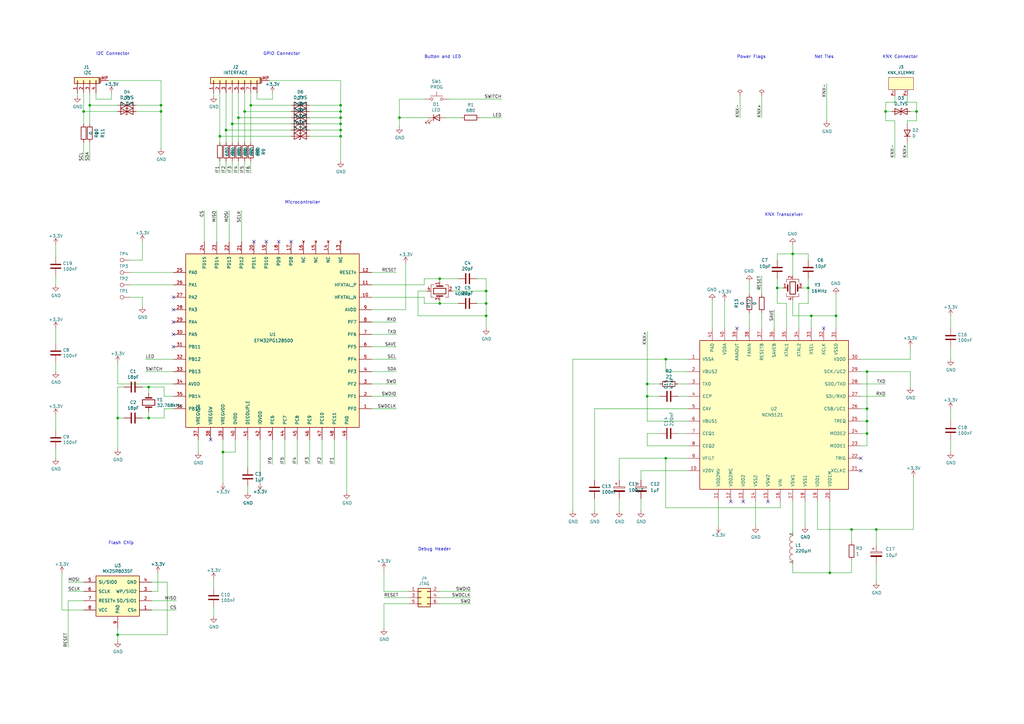
<source format=kicad_sch>
(kicad_sch (version 20211123) (generator eeschema)
  (paper "A3")
  (junction (at 60.96 171.45))
  (junction (at 139.7 53.34))
  (junction (at 139.7 45.72))
  (junction (at 355.6 177.8))
  (junction (at 139.7 43.18))
  (junction (at 359.41 217.17))
  (junction (at 48.26 171.45))
  (junction (at 355.6 152.4))
  (junction (at 355.6 167.64))
  (junction (at 273.05 147.32))
  (junction (at 355.6 172.72))
  (junction (at 318.77 118.11))
  (junction (at 273.05 187.96))
  (junction (at 91.44 185.42))
  (junction (at 92.71 53.34))
  (junction (at 100.33 45.72))
  (junction (at 199.39 124.46))
  (junction (at 349.25 217.17))
  (junction (at 139.7 50.8))
  (junction (at 163.83 48.26))
  (junction (at 342.9 129.54))
  (junction (at 265.43 157.48))
  (junction (at 265.43 162.56))
  (junction (at 97.79 48.26))
  (junction (at 375.92 45.72))
  (junction (at 180.34 124.46))
  (junction (at 199.39 129.54))
  (junction (at 102.87 43.18))
  (junction (at 180.34 114.3))
  (junction (at 139.7 55.88))
  (junction (at 90.17 55.88))
  (junction (at 325.12 104.14))
  (junction (at 66.04 43.18))
  (junction (at 199.39 119.38))
  (junction (at 332.74 129.54))
  (junction (at 331.47 118.11))
  (junction (at 363.22 45.72))
  (junction (at 340.36 234.95))
  (junction (at 66.04 45.72))
  (junction (at 139.7 48.26))
  (junction (at 95.25 50.8))
  (junction (at 48.26 260.35))
  (junction (at 60.96 158.75))
  (junction (at 34.29 45.72))
  (junction (at 36.83 43.18))
  (no_connect (at 109.22 99.06))
  (no_connect (at 119.38 99.06))
  (no_connect (at 71.12 132.08))
  (no_connect (at 299.72 205.74))
  (no_connect (at 71.12 127))
  (no_connect (at 71.12 142.24))
  (no_connect (at 353.06 193.04))
  (no_connect (at 304.8 205.74))
  (no_connect (at 104.14 99.06))
  (no_connect (at 71.12 121.92))
  (no_connect (at 302.26 134.62))
  (no_connect (at 314.96 205.74))
  (no_connect (at 114.3 99.06))
  (no_connect (at 71.12 137.16))
  (no_connect (at 337.82 134.62))
  (no_connect (at 86.36 180.34))
  (no_connect (at 353.06 187.96))
  (wire (pts (xy 139.7 45.72) (xy 139.7 48.26)))
  (wire (pts (xy 67.31 167.64) (xy 67.31 171.45)))
  (wire (pts (xy 342.9 129.54) (xy 342.9 120.65)))
  (wire (pts (xy 349.25 229.87) (xy 349.25 234.95)))
  (wire (pts (xy 127 53.34) (xy 139.7 53.34)))
  (wire (pts (xy 303.53 39.37) (xy 303.53 48.26)))
  (wire (pts (xy 359.41 231.14) (xy 359.41 238.76)))
  (wire (pts (xy 48.26 157.48) (xy 48.26 148.59)))
  (wire (pts (xy 320.04 205.74) (xy 320.04 208.28)))
  (wire (pts (xy 60.96 158.75) (xy 67.31 158.75)))
  (wire (pts (xy 307.34 115.57) (xy 307.34 120.65)))
  (wire (pts (xy 292.1 134.62) (xy 292.1 123.19)))
  (wire (pts (xy 101.6 201.93) (xy 101.6 199.39)))
  (wire (pts (xy 340.36 234.95) (xy 325.12 234.95)))
  (wire (pts (xy 91.44 185.42) (xy 91.44 180.34)))
  (wire (pts (xy 92.71 66.04) (xy 92.71 71.12)))
  (wire (pts (xy 355.6 152.4) (xy 373.38 152.4)))
  (wire (pts (xy 34.29 246.38) (xy 27.94 246.38)))
  (wire (pts (xy 389.89 142.24) (xy 389.89 147.32)))
  (wire (pts (xy 39.37 40.64) (xy 45.72 40.64)))
  (wire (pts (xy 92.71 58.42) (xy 92.71 53.34)))
  (wire (pts (xy 68.58 260.35) (xy 48.26 260.35)))
  (wire (pts (xy 349.25 234.95) (xy 340.36 234.95)))
  (wire (pts (xy 152.4 147.32) (xy 162.56 147.32)))
  (wire (pts (xy 152.4 137.16) (xy 162.56 137.16)))
  (wire (pts (xy 167.64 245.11) (xy 157.48 245.11)))
  (wire (pts (xy 265.43 135.89) (xy 265.43 157.48)))
  (wire (pts (xy 353.06 172.72) (xy 355.6 172.72)))
  (wire (pts (xy 339.09 34.29) (xy 339.09 49.53)))
  (wire (pts (xy 325.12 234.95) (xy 325.12 231.14)))
  (wire (pts (xy 157.48 233.68) (xy 157.48 242.57)))
  (wire (pts (xy 71.12 147.32) (xy 59.69 147.32)))
  (wire (pts (xy 97.79 66.04) (xy 97.79 71.12)))
  (wire (pts (xy 297.18 134.62) (xy 297.18 123.19)))
  (wire (pts (xy 375.92 45.72) (xy 373.38 45.72)))
  (wire (pts (xy 332.74 129.54) (xy 342.9 129.54)))
  (wire (pts (xy 199.39 119.38) (xy 199.39 114.3)))
  (wire (pts (xy 330.2 205.74) (xy 330.2 215.9)))
  (wire (pts (xy 349.25 217.17) (xy 349.25 222.25)))
  (wire (pts (xy 152.4 121.92) (xy 173.99 121.92)))
  (wire (pts (xy 64.77 242.57) (xy 62.23 242.57)))
  (wire (pts (xy 142.24 201.93) (xy 142.24 180.34)))
  (wire (pts (xy 55.88 43.18) (xy 66.04 43.18)))
  (wire (pts (xy 119.38 43.18) (xy 102.87 43.18)))
  (wire (pts (xy 25.4 250.19) (xy 34.29 250.19)))
  (wire (pts (xy 187.96 114.3) (xy 180.34 114.3)))
  (wire (pts (xy 355.6 177.8) (xy 353.06 177.8)))
  (wire (pts (xy 96.52 180.34) (xy 96.52 185.42)))
  (wire (pts (xy 90.17 38.1) (xy 90.17 55.88)))
  (wire (pts (xy 180.34 124.46) (xy 180.34 123.19)))
  (wire (pts (xy 189.23 48.26) (xy 182.88 48.26)))
  (wire (pts (xy 96.52 185.42) (xy 91.44 185.42)))
  (wire (pts (xy 97.79 58.42) (xy 97.79 48.26)))
  (wire (pts (xy 363.22 41.91) (xy 367.03 41.91)))
  (wire (pts (xy 367.03 49.53) (xy 367.03 64.77)))
  (wire (pts (xy 331.47 124.46) (xy 331.47 118.11)))
  (wire (pts (xy 53.34 111.76) (xy 71.12 111.76)))
  (wire (pts (xy 36.83 43.18) (xy 36.83 50.8)))
  (wire (pts (xy 22.86 152.4) (xy 22.86 148.59)))
  (wire (pts (xy 48.26 158.75) (xy 48.26 171.45)))
  (wire (pts (xy 127 55.88) (xy 139.7 55.88)))
  (wire (pts (xy 48.26 260.35) (xy 48.26 257.81)))
  (wire (pts (xy 317.5 134.62) (xy 317.5 127)))
  (wire (pts (xy 355.6 167.64) (xy 355.6 172.72)))
  (wire (pts (xy 372.11 39.37) (xy 372.11 41.91)))
  (wire (pts (xy 331.47 118.11) (xy 331.47 114.3)))
  (wire (pts (xy 312.42 39.37) (xy 312.42 48.26)))
  (wire (pts (xy 373.38 147.32) (xy 373.38 142.24)))
  (wire (pts (xy 278.13 177.8) (xy 281.94 177.8)))
  (wire (pts (xy 318.77 118.11) (xy 321.31 118.11)))
  (wire (pts (xy 48.26 171.45) (xy 48.26 184.15)))
  (wire (pts (xy 119.38 53.34) (xy 92.71 53.34)))
  (wire (pts (xy 318.77 124.46) (xy 318.77 118.11)))
  (wire (pts (xy 101.6 180.34) (xy 101.6 191.77)))
  (wire (pts (xy 196.85 48.26) (xy 205.74 48.26)))
  (wire (pts (xy 331.47 118.11) (xy 328.93 118.11)))
  (wire (pts (xy 331.47 104.14) (xy 325.12 104.14)))
  (wire (pts (xy 163.83 52.07) (xy 163.83 48.26)))
  (wire (pts (xy 327.66 124.46) (xy 331.47 124.46)))
  (wire (pts (xy 58.42 171.45) (xy 60.96 171.45)))
  (wire (pts (xy 163.83 48.26) (xy 163.83 40.64)))
  (wire (pts (xy 375.92 45.72) (xy 375.92 49.53)))
  (wire (pts (xy 243.84 167.64) (xy 243.84 196.85)))
  (wire (pts (xy 152.4 152.4) (xy 162.56 152.4)))
  (wire (pts (xy 171.45 119.38) (xy 171.45 129.54)))
  (wire (pts (xy 389.89 180.34) (xy 389.89 185.42)))
  (wire (pts (xy 152.4 157.48) (xy 162.56 157.48)))
  (wire (pts (xy 62.23 238.76) (xy 68.58 238.76)))
  (wire (pts (xy 27.94 246.38) (xy 27.94 265.43)))
  (wire (pts (xy 375.92 49.53) (xy 372.11 49.53)))
  (wire (pts (xy 353.06 157.48) (xy 363.22 157.48)))
  (wire (pts (xy 262.89 193.04) (xy 281.94 193.04)))
  (wire (pts (xy 262.89 204.47) (xy 262.89 209.55)))
  (wire (pts (xy 152.4 111.76) (xy 162.56 111.76)))
  (wire (pts (xy 48.26 45.72) (xy 34.29 45.72)))
  (wire (pts (xy 312.42 134.62) (xy 312.42 128.27)))
  (wire (pts (xy 265.43 182.88) (xy 281.94 182.88)))
  (wire (pts (xy 325.12 129.54) (xy 332.74 129.54)))
  (wire (pts (xy 116.84 180.34) (xy 116.84 190.5)))
  (wire (pts (xy 199.39 129.54) (xy 199.39 134.62)))
  (wire (pts (xy 36.83 38.1) (xy 36.83 43.18)))
  (wire (pts (xy 327.66 134.62) (xy 327.66 124.46)))
  (wire (pts (xy 119.38 48.26) (xy 97.79 48.26)))
  (wire (pts (xy 363.22 49.53) (xy 363.22 45.72)))
  (wire (pts (xy 22.86 176.53) (xy 22.86 170.18)))
  (wire (pts (xy 111.76 180.34) (xy 111.76 190.5)))
  (wire (pts (xy 55.88 45.72) (xy 66.04 45.72)))
  (wire (pts (xy 273.05 147.32) (xy 281.94 147.32)))
  (wire (pts (xy 53.34 106.68) (xy 58.42 106.68)))
  (wire (pts (xy 322.58 124.46) (xy 318.77 124.46)))
  (wire (pts (xy 325.12 113.03) (xy 325.12 104.14)))
  (wire (pts (xy 278.13 162.56) (xy 281.94 162.56)))
  (wire (pts (xy 353.06 152.4) (xy 355.6 152.4)))
  (wire (pts (xy 243.84 209.55) (xy 243.84 204.47)))
  (wire (pts (xy 157.48 247.65) (xy 157.48 257.81)))
  (wire (pts (xy 281.94 172.72) (xy 265.43 172.72)))
  (wire (pts (xy 22.86 105.41) (xy 22.86 100.33)))
  (wire (pts (xy 22.86 187.96) (xy 22.86 184.15)))
  (wire (pts (xy 71.12 157.48) (xy 48.26 157.48)))
  (wire (pts (xy 81.28 180.34) (xy 81.28 185.42)))
  (wire (pts (xy 234.95 147.32) (xy 273.05 147.32)))
  (wire (pts (xy 60.96 171.45) (xy 67.31 171.45)))
  (wire (pts (xy 325.12 104.14) (xy 318.77 104.14)))
  (wire (pts (xy 373.38 158.75) (xy 373.38 152.4)))
  (wire (pts (xy 265.43 162.56) (xy 270.51 162.56)))
  (wire (pts (xy 58.42 121.92) (xy 58.42 125.73)))
  (wire (pts (xy 374.65 195.58) (xy 374.65 217.17)))
  (wire (pts (xy 100.33 38.1) (xy 100.33 45.72)))
  (wire (pts (xy 389.89 167.64) (xy 389.89 172.72)))
  (wire (pts (xy 99.06 99.06) (xy 99.06 86.36)))
  (wire (pts (xy 121.92 180.34) (xy 121.92 190.5)))
  (wire (pts (xy 102.87 43.18) (xy 102.87 38.1)))
  (wire (pts (xy 234.95 209.55) (xy 234.95 147.32)))
  (wire (pts (xy 318.77 118.11) (xy 318.77 114.3)))
  (wire (pts (xy 175.26 119.38) (xy 171.45 119.38)))
  (wire (pts (xy 127 45.72) (xy 139.7 45.72)))
  (wire (pts (xy 152.4 116.84) (xy 173.99 116.84)))
  (wire (pts (xy 127 48.26) (xy 139.7 48.26)))
  (wire (pts (xy 332.74 134.62) (xy 332.74 129.54)))
  (wire (pts (xy 353.06 167.64) (xy 355.6 167.64)))
  (wire (pts (xy 372.11 41.91) (xy 375.92 41.91)))
  (wire (pts (xy 152.4 142.24) (xy 162.56 142.24)))
  (wire (pts (xy 66.04 33.02) (xy 66.04 43.18)))
  (wire (pts (xy 355.6 152.4) (xy 355.6 167.64)))
  (wire (pts (xy 353.06 162.56) (xy 363.22 162.56)))
  (wire (pts (xy 119.38 50.8) (xy 95.25 50.8)))
  (wire (pts (xy 335.28 217.17) (xy 349.25 217.17)))
  (wire (pts (xy 36.83 58.42) (xy 36.83 66.04)))
  (wire (pts (xy 60.96 168.91) (xy 60.96 171.45)))
  (wire (pts (xy 34.29 38.1) (xy 34.29 45.72)))
  (wire (pts (xy 58.42 99.06) (xy 58.42 106.68)))
  (wire (pts (xy 307.34 128.27) (xy 307.34 134.62)))
  (wire (pts (xy 45.72 40.64) (xy 45.72 38.1)))
  (wire (pts (xy 34.29 242.57) (xy 27.94 242.57)))
  (wire (pts (xy 119.38 55.88) (xy 90.17 55.88)))
  (wire (pts (xy 34.29 58.42) (xy 34.29 66.04)))
  (wire (pts (xy 100.33 66.04) (xy 100.33 71.12)))
  (wire (pts (xy 93.98 99.06) (xy 93.98 86.36)))
  (wire (pts (xy 139.7 43.18) (xy 139.7 45.72)))
  (wire (pts (xy 152.4 127) (xy 166.37 127)))
  (wire (pts (xy 67.31 167.64) (xy 71.12 167.64)))
  (wire (pts (xy 58.42 158.75) (xy 60.96 158.75)))
  (wire (pts (xy 180.34 114.3) (xy 180.34 115.57)))
  (wire (pts (xy 375.92 41.91) (xy 375.92 45.72)))
  (wire (pts (xy 273.05 208.28) (xy 273.05 187.96)))
  (wire (pts (xy 22.86 116.84) (xy 22.86 113.03)))
  (wire (pts (xy 199.39 124.46) (xy 199.39 129.54)))
  (wire (pts (xy 92.71 53.34) (xy 92.71 38.1)))
  (wire (pts (xy 318.77 104.14) (xy 318.77 106.68)))
  (wire (pts (xy 322.58 134.62) (xy 322.58 124.46)))
  (wire (pts (xy 95.25 66.04) (xy 95.25 71.12)))
  (wire (pts (xy 127 50.8) (xy 139.7 50.8)))
  (wire (pts (xy 127 43.18) (xy 139.7 43.18)))
  (wire (pts (xy 273.05 187.96) (xy 254 187.96)))
  (wire (pts (xy 83.82 99.06) (xy 83.82 86.36)))
  (wire (pts (xy 87.63 38.1) (xy 87.63 39.37)))
  (wire (pts (xy 87.63 241.3) (xy 87.63 237.49)))
  (wire (pts (xy 180.34 245.11) (xy 193.04 245.11)))
  (wire (pts (xy 342.9 134.62) (xy 342.9 129.54)))
  (wire (pts (xy 173.99 124.46) (xy 180.34 124.46)))
  (wire (pts (xy 31.75 38.1) (xy 31.75 39.37)))
  (wire (pts (xy 389.89 129.54) (xy 389.89 134.62)))
  (wire (pts (xy 106.68 180.34) (xy 106.68 198.12)))
  (wire (pts (xy 331.47 106.68) (xy 331.47 104.14)))
  (wire (pts (xy 68.58 238.76) (xy 68.58 260.35)))
  (wire (pts (xy 254 209.55) (xy 254 204.47)))
  (wire (pts (xy 139.7 50.8) (xy 139.7 53.34)))
  (wire (pts (xy 152.4 167.64) (xy 162.56 167.64)))
  (wire (pts (xy 320.04 208.28) (xy 273.05 208.28)))
  (wire (pts (xy 39.37 38.1) (xy 39.37 40.64)))
  (wire (pts (xy 372.11 49.53) (xy 372.11 50.8)))
  (wire (pts (xy 199.39 124.46) (xy 199.39 119.38)))
  (wire (pts (xy 110.49 33.02) (xy 139.7 33.02)))
  (wire (pts (xy 102.87 66.04) (xy 102.87 71.12)))
  (wire (pts (xy 71.12 152.4) (xy 59.69 152.4)))
  (wire (pts (xy 173.99 114.3) (xy 180.34 114.3)))
  (wire (pts (xy 367.03 49.53) (xy 363.22 49.53)))
  (wire (pts (xy 102.87 58.42) (xy 102.87 43.18)))
  (wire (pts (xy 359.41 217.17) (xy 359.41 223.52)))
  (wire (pts (xy 44.45 33.02) (xy 66.04 33.02)))
  (wire (pts (xy 25.4 234.95) (xy 25.4 250.19)))
  (wire (pts (xy 62.23 246.38) (xy 72.39 246.38)))
  (wire (pts (xy 254 187.96) (xy 254 196.85)))
  (wire (pts (xy 173.99 40.64) (xy 163.83 40.64)))
  (wire (pts (xy 119.38 45.72) (xy 100.33 45.72)))
  (wire (pts (xy 48.26 171.45) (xy 50.8 171.45)))
  (wire (pts (xy 278.13 157.48) (xy 281.94 157.48)))
  (wire (pts (xy 105.41 40.64) (xy 111.76 40.64)))
  (wire (pts (xy 265.43 177.8) (xy 265.43 182.88)))
  (wire (pts (xy 34.29 238.76) (xy 27.94 238.76)))
  (wire (pts (xy 95.25 38.1) (xy 95.25 50.8)))
  (wire (pts (xy 97.79 48.26) (xy 97.79 38.1)))
  (wire (pts (xy 91.44 185.42) (xy 91.44 198.12)))
  (wire (pts (xy 173.99 121.92) (xy 173.99 124.46)))
  (wire (pts (xy 335.28 205.74) (xy 335.28 217.17)))
  (wire (pts (xy 67.31 162.56) (xy 67.31 158.75)))
  (wire (pts (xy 66.04 43.18) (xy 66.04 45.72)))
  (wire (pts (xy 180.34 242.57) (xy 193.04 242.57)))
  (wire (pts (xy 137.16 180.34) (xy 137.16 190.5)))
  (wire (pts (xy 309.88 205.74) (xy 309.88 215.9)))
  (wire (pts (xy 180.34 124.46) (xy 187.96 124.46)))
  (wire (pts (xy 48.26 262.89) (xy 48.26 260.35)))
  (wire (pts (xy 353.06 147.32) (xy 373.38 147.32)))
  (wire (pts (xy 325.12 100.33) (xy 325.12 104.14)))
  (wire (pts (xy 372.11 58.42) (xy 372.11 64.77)))
  (wire (pts (xy 349.25 217.17) (xy 359.41 217.17)))
  (wire (pts (xy 184.15 40.64) (xy 205.74 40.64)))
  (wire (pts (xy 71.12 162.56) (xy 67.31 162.56)))
  (wire (pts (xy 270.51 157.48) (xy 265.43 157.48)))
  (wire (pts (xy 270.51 177.8) (xy 265.43 177.8)))
  (wire (pts (xy 157.48 242.57) (xy 167.64 242.57)))
  (wire (pts (xy 265.43 157.48) (xy 265.43 162.56)))
  (wire (pts (xy 363.22 45.72) (xy 363.22 41.91)))
  (wire (pts (xy 62.23 250.19) (xy 72.39 250.19)))
  (wire (pts (xy 95.25 50.8) (xy 95.25 58.42)))
  (wire (pts (xy 50.8 158.75) (xy 48.26 158.75)))
  (wire (pts (xy 64.77 242.57) (xy 64.77 234.95)))
  (wire (pts (xy 325.12 123.19) (xy 325.12 129.54)))
  (wire (pts (xy 22.86 134.62) (xy 22.86 140.97)))
  (wire (pts (xy 195.58 124.46) (xy 199.39 124.46)))
  (wire (pts (xy 312.42 120.65) (xy 312.42 113.03)))
  (wire (pts (xy 48.26 43.18) (xy 36.83 43.18)))
  (wire (pts (xy 152.4 162.56) (xy 162.56 162.56)))
  (wire (pts (xy 180.34 247.65) (xy 193.04 247.65)))
  (wire (pts (xy 199.39 114.3) (xy 195.58 114.3)))
  (wire (pts (xy 88.9 99.06) (xy 88.9 86.36)))
  (wire (pts (xy 167.64 247.65) (xy 157.48 247.65)))
  (wire (pts (xy 139.7 33.02) (xy 139.7 43.18)))
  (wire (pts (xy 60.96 161.29) (xy 60.96 158.75)))
  (wire (pts (xy 87.63 252.73) (xy 87.63 248.92)))
  (wire (pts (xy 90.17 55.88) (xy 90.17 58.42)))
  (wire (pts (xy 294.64 205.74) (xy 294.64 215.9)))
  (wire (pts (xy 273.05 152.4) (xy 273.05 147.32)))
  (wire (pts (xy 281.94 187.96) (xy 273.05 187.96)))
  (wire (pts (xy 66.04 45.72) (xy 66.04 60.96)))
  (wire (pts (xy 139.7 53.34) (xy 139.7 55.88)))
  (wire (pts (xy 132.08 180.34) (xy 132.08 190.5)))
  (wire (pts (xy 265.43 172.72) (xy 265.43 162.56)))
  (wire (pts (xy 90.17 66.04) (xy 90.17 71.12)))
  (wire (pts (xy 340.36 205.74) (xy 340.36 234.95)))
  (wire (pts (xy 127 180.34) (xy 127 190.5)))
  (wire (pts (xy 355.6 172.72) (xy 355.6 177.8)))
  (wire (pts (xy 185.42 119.38) (xy 199.39 119.38)))
  (wire (pts (xy 355.6 182.88) (xy 355.6 177.8)))
  (wire (pts (xy 359.41 217.17) (xy 374.65 217.17)))
  (wire (pts (xy 100.33 45.72) (xy 100.33 58.42)))
  (wire (pts (xy 111.76 40.64) (xy 111.76 38.1)))
  (wire (pts (xy 139.7 55.88) (xy 139.7 66.04)))
  (wire (pts (xy 175.26 48.26) (xy 163.83 48.26)))
  (wire (pts (xy 171.45 129.54) (xy 199.39 129.54)))
  (wire (pts (xy 166.37 127) (xy 166.37 107.95)))
  (wire (pts (xy 243.84 167.64) (xy 281.94 167.64)))
  (wire (pts (xy 173.99 116.84) (xy 173.99 114.3)))
  (wire (pts (xy 139.7 48.26) (xy 139.7 50.8)))
  (wire (pts (xy 262.89 196.85) (xy 262.89 193.04)))
  (wire (pts (xy 281.94 152.4) (xy 273.05 152.4)))
  (wire (pts (xy 365.76 45.72) (xy 363.22 45.72)))
  (wire (pts (xy 105.41 38.1) (xy 105.41 40.64)))
  (wire (pts (xy 325.12 218.44) (xy 325.12 205.74)))
  (wire (pts (xy 71.12 116.84) (xy 53.34 116.84)))
  (wire (pts (xy 353.06 182.88) (xy 355.6 182.88)))
  (wire (pts (xy 152.4 132.08) (xy 162.56 132.08)))
  (wire (pts (xy 367.03 39.37) (xy 367.03 41.91)))
  (wire (pts (xy 53.34 121.92) (xy 58.42 121.92)))
  (wire (pts (xy 34.29 45.72) (xy 34.29 50.8)))
  (text "Power Flags" (at 302.26 24.13 0) (effects (font (size 1.27 1.27)) (justify left bottom)))
  (text "KNX Transceiver" (at 313.69 88.9 0) (effects (font (size 1.27 1.27)) (justify left bottom)))
  (text "I2C Connector" (at 39.37 22.86 0) (effects (font (size 1.27 1.27)) (justify left bottom)))
  (text "Debug Header" (at 171.45 226.06 0) (effects (font (size 1.27 1.27)) (justify left bottom)))
  (text "Net Ties" (at 334.01 24.13 0) (effects (font (size 1.27 1.27)) (justify left bottom)))
  (text "GPIO Connector" (at 107.95 22.86 0) (effects (font (size 1.27 1.27)) (justify left bottom)))
  (text "Microcontroller" (at 116.84 83.82 0) (effects (font (size 1.27 1.27)) (justify left bottom)))
  (text "Button and LED" (at 173.99 24.13 0) (effects (font (size 1.27 1.27)) (justify left bottom)))
  (text "KNX Connector" (at 361.95 24.13 0) (effects (font (size 1.27 1.27)) (justify left bottom)))
  (text "Flash Chip" (at 44.45 223.52 0) (effects (font (size 1.27 1.27)) (justify left bottom)))
  (label "IF5" (at 116.84 190.5 90))
  (label "IF3" (at 95.25 71.12 90))
  (label "IF2" (at 132.08 190.5 90))
  (label "KNX+" (at 265.43 135.89 270))
  (label "CS" (at 72.39 250.19 180))
  (label "MISO" (at 88.9 86.36 270))
  (label "RXD" (at 162.56 132.08 180))
  (label "MOSI" (at 93.98 86.36 270))
  (label "KNX+" (at 312.42 48.26 90))
  (label "KNX-" (at 367.03 64.77 90))
  (label "KNX-" (at 303.53 48.26 90))
  (label "SWITCH" (at 59.69 152.4 0))
  (label "TXD" (at 162.56 137.16 180))
  (label "SWO" (at 193.04 247.65 180))
  (label "LED" (at 59.69 147.32 0))
  (label "SWDCLK" (at 162.56 167.64 180))
  (label "TXD" (at 363.22 157.48 180))
  (label "SWDIO" (at 193.04 242.57 180))
  (label "SCLK" (at 99.06 86.36 270))
  (label "MISO" (at 72.39 246.38 180))
  (label "SCL" (at 34.29 66.04 90))
  (label "RESET" (at 157.48 245.11 0))
  (label "SWO" (at 162.56 157.48 180))
  (label "SCL" (at 162.56 147.32 180))
  (label "IF6" (at 102.87 71.12 90))
  (label "IF5" (at 100.33 71.12 90))
  (label "IF6" (at 111.76 190.5 90))
  (label "SAVE" (at 162.56 142.24 180))
  (label "IF2" (at 92.71 71.12 90))
  (label "IF3" (at 127 190.5 90))
  (label "SWITCH" (at 205.74 40.64 180))
  (label "MOSI" (at 27.94 238.76 0))
  (label "RESET" (at 312.42 113.03 270))
  (label "SWDCLK" (at 193.04 245.11 180))
  (label "SAVE" (at 317.5 127 270))
  (label "CS" (at 83.82 86.36 270))
  (label "IF1" (at 90.17 71.12 90))
  (label "LED" (at 205.74 48.26 180))
  (label "SCLK" (at 27.94 242.57 0))
  (label "IF4" (at 97.79 71.12 90))
  (label "SWDIO" (at 162.56 162.56 180))
  (label "RESET" (at 27.94 265.43 90))
  (label "IF1" (at 137.16 190.5 90))
  (label "RESET" (at 162.56 111.76 180))
  (label "KNX-" (at 339.09 34.29 270))
  (label "SDA" (at 36.83 66.04 90))
  (label "KNX+" (at 372.11 64.77 90))
  (label "RXD" (at 363.22 162.56 180))
  (label "IF4" (at 121.92 190.5 90))
  (label "SDA" (at 162.56 152.4 180))
  (symbol (lib_id "onsemi:NCN5121") (at 317.5 170.18 0) (unit 1)
    (property "Reference" "U2" (at 318.77 167.64 0) (effects (justify right)))
    (property "Value" "NCN5121" (at 321.31 170.18 0) (effects (justify right)))
    (property "Footprint" "Package_DFN_QFN:QFN-40-1EP_6x6mm_P0.5mm_EP4.6x4.6mm" (effects hide))
    (property "Datasheet" "http://www.onsemi.com/pub/Collateral/NCN5121-D.PDF" (effects hide))
    (property "Order Number" "DigiKey: NCN5121MNTWGOSCT-ND" (effects hide))
  )
  (symbol (lib_id "silabs:EFM32PG12B500") (at 111.76 139.7 180) (unit 1)
    (property "Reference" "U1" (at 110.49 137.16 0) (effects (justify right)))
    (property "Value" "EFM32PG12B500" (at 104.14 139.7 0) (effects (justify right)))
    (property "Footprint" "Package_DFN_QFN:Infineon_MLPQ-48-1EP_7x7mm_P0.5mm_Pad5.15x5.15mm" (effects hide))
    (property "Order Number" "DigiKey: 336-3941-ND" (effects hide))
  )
  (symbol (lib_id "macronix:MX25R8035F") (at 48.26 245.11 180) (unit 1)
    (property "Reference" "U3" (at 48.26 231.9782 0))
    (property "Value" "MX25R8035F" (at 48.26 234.2896 0))
    (property "Footprint" "Package_USON:USON-8_2x3mm_P0.5mm" (effects hide))
    (property "Order Number" "DigiKey: 1092-1207-1-ND" (effects hide))
  )
  (symbol (lib_id "Switch:SW_Push") (at 179.07 40.64 0) (unit 1)
    (property "Reference" "SW1" (at 179.07 33.401 0))
    (property "Value" "PROG" (at 179.07 35.7124 0))
    (property "Footprint" "Button_Switch_SMD:SW_SPST_B3U-1000P" (effects hide))
    (property "Order Number" "DigiKey: SW1020CT-ND" (effects hide))
  )
  (symbol (lib_id "Connector_Generic_MountingPin:Conn_01x04_MountingPin") (at 34.29 33.02 90) (unit 1)
    (property "Reference" "J1" (at 34.29 27.5082 90) (effects (justify right)))
    (property "Value" "I2C" (at 34.29 29.8196 90) (effects (justify right)))
    (property "Footprint" "Connector_JST:JST_SH_BM04B-SRSS-TB_1x04-1MP_P1.00mm_Vertical" (effects hide))
  )
  (symbol (lib_id "Connector_Generic_MountingPin:Conn_01x08_MountingPin") (at 95.25 33.02 90) (unit 1)
    (property "Reference" "J2" (at 96.6216 27.5082 90))
    (property "Value" "INTERFACE" (at 96.6216 29.8196 90))
    (property "Footprint" "Connector_JST:JST_SH_BM08B-SRSS-TB_1x08-1MP_P1.00mm_Vertical" (effects hide))
  )
  (symbol (lib_id "power:GND") (at 48.26 262.89 0) (unit 1)
    (property "Reference" "#PWR01" (effects hide))
    (property "Value" "GND" (at 48.387 267.2842 0))
  )
  (symbol (lib_id "power:GND") (at 142.24 201.93 0) (unit 1)
    (property "Reference" "#PWR0101" (effects hide))
    (property "Value" "GND" (at 142.367 206.3242 0))
  )
  (symbol (lib_id "power:GND") (at 292.1 123.19 180) (unit 1)
    (property "Reference" "#PWR0102" (effects hide))
    (property "Value" "GND" (at 291.973 118.7958 0))
  )
  (symbol (lib_id "Device:C") (at 191.77 114.3 90) (unit 1)
    (property "Reference" "C4" (at 191.77 107.8992 90))
    (property "Value" "20pF" (at 191.77 110.2106 90))
    (property "Footprint" "Capacitor_SMD:C_0603_1608Metric" (effects hide))
    (property "Order Number" "Farnell: 2627461" (effects hide))
  )
  (symbol (lib_id "Device:C") (at 191.77 124.46 90) (unit 1)
    (property "Reference" "C5" (at 191.77 118.0592 90))
    (property "Value" "20pF" (at 191.77 120.3706 90))
    (property "Footprint" "Capacitor_SMD:C_0603_1608Metric" (effects hide))
    (property "Order Number" "Farnell: 2627461" (effects hide))
  )
  (symbol (lib_id "Device:C") (at 331.47 110.49 180) (unit 1)
    (property "Reference" "C6" (at 337.82 106.68 0) (effects (justify left)))
    (property "Value" "10pF" (at 339.09 109.22 0) (effects (justify left)))
    (property "Footprint" "Capacitor_SMD:C_0603_1608Metric" (effects hide))
    (property "Order Number" "Farnell: 1414600" (effects hide))
  )
  (symbol (lib_id "Device:C") (at 318.77 110.49 180) (unit 1)
    (property "Reference" "C7" (at 314.96 106.68 0) (effects (justify left)))
    (property "Value" "10pF" (at 316.23 109.22 0) (effects (justify left)))
    (property "Footprint" "Capacitor_SMD:C_0603_1608Metric" (effects hide))
    (property "Order Number" "Farnell: 1414600" (effects hide))
  )
  (symbol (lib_id "power:GND") (at 325.12 100.33 180) (unit 1)
    (property "Reference" "#PWR016" (effects hide))
    (property "Value" "GND" (at 324.993 95.9358 0))
  )
  (symbol (lib_id "power:GND") (at 199.39 134.62 0) (unit 1)
    (property "Reference" "#PWR014" (effects hide))
    (property "Value" "GND" (at 199.517 139.0142 0))
  )
  (symbol (lib_id "Device:C") (at 54.61 158.75 90) (unit 1)
    (property "Reference" "C1" (at 54.61 152.3492 90))
    (property "Value" "18pF" (at 54.61 154.6606 90))
    (property "Footprint" "Capacitor_SMD:C_0603_1608Metric" (effects hide))
    (property "Order Number" "Farnell: 2821267" (effects hide))
  )
  (symbol (lib_id "Device:C") (at 54.61 171.45 90) (unit 1)
    (property "Reference" "C2" (at 54.61 165.0492 90))
    (property "Value" "18pF" (at 54.61 167.3606 90))
    (property "Footprint" "Capacitor_SMD:C_0603_1608Metric" (effects hide))
    (property "Order Number" "Farnell: 2821267" (effects hide))
  )
  (symbol (lib_id "power:GND") (at 48.26 184.15 0) (unit 1)
    (property "Reference" "#PWR02" (effects hide))
    (property "Value" "GND" (at 48.387 188.5442 0))
  )
  (symbol (lib_id "Device:C") (at 101.6 195.58 0) (unit 1)
    (property "Reference" "C3" (at 104.521 194.4116 0) (effects (justify left)))
    (property "Value" "1µF" (at 104.521 196.723 0) (effects (justify left)))
    (property "Footprint" "Capacitor_SMD:C_0603_1608Metric" (effects hide))
    (property "Notes" "35 V" (effects hide))
    (property "Order Number" "DigiKey: 587-1437-1-ND" (effects hide))
  )
  (symbol (lib_id "power:GND") (at 101.6 201.93 0) (unit 1)
    (property "Reference" "#PWR011" (effects hide))
    (property "Value" "GND" (at 101.727 206.3242 0))
  )
  (symbol (lib_id "power:GND") (at 81.28 185.42 0) (unit 1)
    (property "Reference" "#PWR08" (effects hide))
    (property "Value" "GND" (at 81.407 189.8142 0))
  )
  (symbol (lib_id "power:GND") (at 31.75 39.37 0) (unit 1)
    (property "Reference" "#PWR04" (effects hide))
    (property "Value" "GND" (at 31.877 43.7642 0))
  )
  (symbol (lib_id "power:GND") (at 87.63 39.37 0) (unit 1)
    (property "Reference" "#PWR07" (effects hide))
    (property "Value" "GND" (at 87.757 43.7642 0))
  )
  (symbol (lib_id "Connector_Generic:Conn_02x03_Odd_Even") (at 172.72 245.11 0) (unit 1)
    (property "Reference" "J4" (at 173.99 237.0582 0))
    (property "Value" "JTAG" (at 173.99 239.3696 0))
    (property "Footprint" "Connector_PinHeader_1.27mm:PinHeader_2x03_P1.27mm_Vertical_SMD" (effects hide))
    (property "Order Number" "Farnell: 2308512" (effects hide))
    (property "Notes" "Contra is 1865334." (effects hide))
  )
  (symbol (lib_id "power:GND") (at 157.48 257.81 0) (unit 1)
    (property "Reference" "#PWR015" (effects hide))
    (property "Value" "GND" (at 157.607 262.2042 0))
  )
  (symbol (lib_id "Device:LED") (at 179.07 48.26 0) (unit 1)
    (property "Reference" "D1" (at 178.8414 42.7736 0))
    (property "Value" "LED" (at 178.8414 45.085 0))
    (property "Footprint" "LED_SMD:LED_0603_1608Metric" (effects hide))
  )
  (symbol (lib_id "Device:R") (at 193.04 48.26 270) (unit 1)
    (property "Reference" "R1" (at 193.04 43.0022 90))
    (property "Value" "680" (at 193.04 45.3136 90))
    (property "Footprint" "Resistor_SMD:R_0603_1608Metric" (effects hide))
    (property "Order Number" "DigiKey: MCT0603-680-CFCT-ND" (effects hide))
  )
  (symbol (lib_id "power:GND") (at 163.83 52.07 0) (unit 1)
    (property "Reference" "#PWR023" (effects hide))
    (property "Value" "GND" (at 163.957 56.4642 0))
  )
  (symbol (lib_id "Device:C") (at 22.86 144.78 0) (unit 1)
    (property "Reference" "C8" (at 25.781 143.6116 0) (effects (justify left)))
    (property "Value" "100nF" (at 25.781 145.923 0) (effects (justify left)))
    (property "Footprint" "Capacitor_SMD:C_0603_1608Metric" (effects hide))
    (property "Order Number" "Farnell: 1833843" (effects hide))
  )
  (symbol (lib_id "Device:C") (at 22.86 180.34 0) (unit 1)
    (property "Reference" "C9" (at 25.781 179.1716 0) (effects (justify left)))
    (property "Value" "100nF" (at 25.781 181.483 0) (effects (justify left)))
    (property "Footprint" "Capacitor_SMD:C_0603_1608Metric" (effects hide))
    (property "Order Number" "Farnell: 1833843" (effects hide))
  )
  (symbol (lib_id "power:GND") (at 22.86 152.4 0) (unit 1)
    (property "Reference" "#PWR018" (effects hide))
    (property "Value" "GND" (at 22.987 156.7942 0))
  )
  (symbol (lib_id "power:GND") (at 22.86 187.96 0) (unit 1)
    (property "Reference" "#PWR020" (effects hide))
    (property "Value" "GND" (at 22.987 192.3542 0))
  )
  (symbol (lib_id "Device:Crystal") (at 60.96 165.1 270) (unit 1)
    (property "Reference" "Y1" (at 64.2874 163.9316 90) (effects (justify left)))
    (property "Value" "32.768kHz" (at 64.2874 166.243 90) (effects (justify left)))
    (property "Footprint" "Crystal:Crystal_SMD_2012-2Pin_2.0x1.2mm" (effects hide))
    (property "Order Number" "DigiKey: XC2288CT-ND" (effects hide))
  )
  (symbol (lib_id "power:GND") (at 373.38 158.75 0) (unit 1)
    (property "Reference" "#PWR035" (effects hide))
    (property "Value" "GND" (at 373.507 163.1442 0))
  )
  (symbol (lib_id "Device:C") (at 389.89 138.43 0) (unit 1)
    (property "Reference" "C16" (at 392.811 137.2616 0) (effects (justify left)))
    (property "Value" "100nF" (at 392.811 139.573 0) (effects (justify left)))
    (property "Footprint" "Capacitor_SMD:C_0603_1608Metric" (effects hide))
    (property "Order Number" "Farnell: 1833843" (effects hide))
  )
  (symbol (lib_id "power:GND") (at 389.89 147.32 0) (unit 1)
    (property "Reference" "#PWR034" (effects hide))
    (property "Value" "GND" (at 390.017 151.7142 0))
  )
  (symbol (lib_id "Device:C") (at 87.63 245.11 0) (unit 1)
    (property "Reference" "C10" (at 90.551 243.9416 0) (effects (justify left)))
    (property "Value" "100nF" (at 90.551 246.253 0) (effects (justify left)))
    (property "Footprint" "Capacitor_SMD:C_0603_1608Metric" (effects hide))
    (property "Order Number" "Farnell: 1833843" (effects hide))
  )
  (symbol (lib_id "power:GND") (at 87.63 252.73 0) (unit 1)
    (property "Reference" "#PWR022" (effects hide))
    (property "Value" "GND" (at 87.757 257.1242 0))
  )
  (symbol (lib_id "Device:R") (at 36.83 54.61 180) (unit 1)
    (property "Reference" "R11" (at 42.0878 54.61 90))
    (property "Value" "0" (at 39.7764 54.61 90))
    (property "Footprint" "Resistor_SMD:R_0603_1608Metric" (effects hide))
    (property "Order Number" "DigiKey: 311-0.0GRCT-ND" (effects hide))
  )
  (symbol (lib_id "Device:R") (at 34.29 54.61 180) (unit 1)
    (property "Reference" "R10" (at 39.5478 54.61 90))
    (property "Value" "0" (at 37.2364 54.61 90))
    (property "Footprint" "Resistor_SMD:R_0603_1608Metric" (effects hide))
    (property "Order Number" "DigiKey: 311-0.0GRCT-ND" (effects hide))
  )
  (symbol (lib_id "power:GND") (at 234.95 209.55 0) (unit 1)
    (property "Reference" "#PWR027" (effects hide))
    (property "Value" "GND" (at 235.077 213.9442 0))
  )
  (symbol (lib_id "power:GND") (at 342.9 120.65 180) (unit 1)
    (property "Reference" "#PWR032" (effects hide))
    (property "Value" "GND" (at 342.773 116.2558 0))
  )
  (symbol (lib_id "Device:Crystal_GND24") (at 325.12 118.11 0) (unit 1)
    (property "Reference" "Y3" (at 334.01 116.84 0) (effects (justify left)))
    (property "Value" "16MHz" (at 332.74 119.38 0) (effects (justify left)))
    (property "Footprint" "Crystal:Crystal_SMD_2016-4Pin_2.0x1.6mm" (effects hide))
    (property "Order Number" "DigiKey: 1253-1348-1-ND" (effects hide))
  )
  (symbol (lib_id "Device:C") (at 274.32 162.56 90) (unit 1)
    (property "Reference" "C15" (at 273.1516 159.639 0) (effects (justify left)))
    (property "Value" "47nF" (at 275.463 159.639 0) (effects (justify left)))
    (property "Footprint" "Capacitor_SMD:C_0603_1608Metric" (effects hide))
    (property "Notes" "50 V" (effects hide))
    (property "Order Number" "Farnell: 2524870" (effects hide))
  )
  (symbol (lib_id "Device:R") (at 274.32 157.48 90) (unit 1)
    (property "Reference" "R2" (at 274.32 152.2222 90))
    (property "Value" "27" (at 274.32 154.5336 90))
    (property "Footprint" "Resistor_SMD:R_2512_6332Metric" (effects hide))
    (property "Order Number" "Farnell: 2426565" (effects hide))
  )
  (symbol (lib_id "Device:Crystal_GND24") (at 180.34 119.38 270) (unit 1)
    (property "Reference" "Y2" (at 186.4614 118.2116 90) (effects (justify left)))
    (property "Value" "40MHz" (at 186.4614 120.523 90) (effects (justify left)))
    (property "Footprint" "Crystal:Crystal_SMD_2016-4Pin_2.0x1.6mm" (effects hide))
    (property "Order Number" "DigiKey: 1253-1120-1-ND" (effects hide))
  )
  (symbol (lib_id "Device:C") (at 243.84 200.66 0) (unit 1)
    (property "Reference" "C13" (at 246.761 199.4916 0) (effects (justify left)))
    (property "Value" "100nF" (at 246.761 201.803 0) (effects (justify left)))
    (property "Footprint" "Capacitor_SMD:C_0603_1608Metric" (effects hide))
    (property "Order Number" "Farnell: 1833843" (effects hide))
  )
  (symbol (lib_id "power:GND") (at 243.84 209.55 0) (unit 1)
    (property "Reference" "#PWR026" (effects hide))
    (property "Value" "GND" (at 243.967 213.9442 0))
  )
  (symbol (lib_id "Connector:TestPoint") (at 53.34 111.76 90) (unit 1) (in_bom no)
    (property "Reference" "TP3" (at 50.8 109.22 90))
    (property "Value" "Test_Point" (effects hide))
    (property "Footprint" "TestPoint:TestPoint_Pad_D1.0mm" (effects hide))
  )
  (symbol (lib_id "Connector:TestPoint") (at 53.34 116.84 90) (unit 1) (in_bom no)
    (property "Reference" "TP2" (at 50.8 114.3 90))
    (property "Value" "Test_Point" (effects hide))
    (property "Footprint" "TestPoint:TestPoint_Pad_D1.0mm" (effects hide))
  )
  (symbol (lib_id "Device:D") (at 372.11 54.61 90) (unit 1)
    (property "Reference" "D2" (at 374.1166 53.4416 90) (effects (justify right)))
    (property "Value" "D" (at 374.1166 55.753 90) (effects (justify right)))
    (property "Footprint" "Diode_SMD:D_SMB" (effects hide))
    (property "Order Number" "DigiKey: 1SMA40CAT3GOSCT-ND" (effects hide))
  )
  (symbol (lib_id "Connector:TestPoint") (at 53.34 121.92 90) (unit 1) (in_bom no)
    (property "Reference" "TP1" (at 50.8 119.38 90))
    (property "Value" "Test_Point" (effects hide))
    (property "Footprint" "TestPoint:TestPoint_Pad_D1.0mm" (effects hide))
  )
  (symbol (lib_id "power:GND") (at 58.42 125.73 0) (unit 1)
    (property "Reference" "#PWR0104" (effects hide))
    (property "Value" "GND" (at 58.547 130.1242 0))
  )
  (symbol (lib_id "Device:C") (at 274.32 177.8 90) (unit 1)
    (property "Reference" "C14" (at 273.1516 174.879 0) (effects (justify left)))
    (property "Value" "220nF" (at 275.463 174.879 0) (effects (justify left)))
    (property "Footprint" "Capacitor_SMD:C_0603_1608Metric" (effects hide))
    (property "Notes" "50 V" (effects hide))
    (property "Order Number" "Farnell: 2346906" (effects hide))
  )
  (symbol (lib_id "power:GND") (at 254 209.55 0) (unit 1)
    (property "Reference" "#PWR024" (effects hide))
    (property "Value" "GND" (at 254.127 213.9442 0))
  )
  (symbol (lib_id "power:GND") (at 262.89 209.55 0) (unit 1)
    (property "Reference" "#PWR025" (effects hide))
    (property "Value" "GND" (at 263.017 213.9442 0))
  )
  (symbol (lib_id "power:GND") (at 309.88 215.9 0) (unit 1)
    (property "Reference" "#PWR030" (effects hide))
    (property "Value" "GND" (at 310.007 220.2942 0))
  )
  (symbol (lib_id "power:GND") (at 330.2 215.9 0) (unit 1)
    (property "Reference" "#PWR031" (effects hide))
    (property "Value" "GND" (at 330.327 220.2942 0))
  )
  (symbol (lib_id "pspice:INDUCTOR") (at 325.12 224.79 90) (unit 1)
    (property "Reference" "L1" (at 326.1614 223.6216 90) (effects (justify right)))
    (property "Value" "220µH" (at 326.1614 225.933 90) (effects (justify right)))
    (property "Footprint" "Inductors_SMD2:L_Bourns-SRR5028" (effects hide))
    (property "Order Number" "DigiKey: SRR5028-221YCT-ND" (effects hide))
  )
  (symbol (lib_id "Device:R") (at 349.25 226.06 0) (unit 1)
    (property "Reference" "R3" (at 351.028 224.8916 0) (effects (justify left)))
    (property "Value" "1" (at 351.028 227.203 0) (effects (justify left)))
    (property "Footprint" "Resistor_SMD:R_0603_1608Metric" (effects hide))
    (property "Order Number" "Farnell: 2078888" (effects hide))
  )
  (symbol (lib_id "Connector:TestPoint") (at 53.34 106.68 90) (unit 1) (in_bom no)
    (property "Reference" "TP4" (at 50.8 104.14 90))
    (property "Value" "Test_Point" (effects hide))
    (property "Footprint" "TestPoint:TestPoint_Pad_D1.0mm" (effects hide))
  )
  (symbol (lib_id "power:GND") (at 359.41 238.76 0) (unit 1)
    (property "Reference" "#PWR037" (effects hide))
    (property "Value" "GND" (at 359.537 243.1542 0))
  )
  (symbol (lib_id "Device:C") (at 389.89 176.53 0) (unit 1)
    (property "Reference" "C18" (at 392.811 175.3616 0) (effects (justify left)))
    (property "Value" "100nF" (at 392.811 177.673 0) (effects (justify left)))
    (property "Footprint" "Capacitor_SMD:C_0603_1608Metric" (effects hide))
    (property "Order Number" "Farnell: 1833843" (effects hide))
  )
  (symbol (lib_id "power:GND") (at 389.89 185.42 0) (unit 1)
    (property "Reference" "#PWR041" (effects hide))
    (property "Value" "GND" (at 390.017 189.8142 0))
  )
  (symbol (lib_id "knx:KNX_KLEMME") (at 369.57 36.83 270) (unit 1)
    (property "Reference" "J3" (at 369.57 27.5082 90) (effects (font (size 1.143 1.143))))
    (property "Value" "KNX_KLEMME" (at 369.57 29.8196 90) (effects (font (size 1.143 1.143))))
    (property "Footprint" "KNX:KNX_KLEMME" (effects hide))
    (property "Notes" "Two pins needed." (effects hide))
    (property "Order Number" "DigiKey:36-1425-2-ND" (effects hide))
  )
  (symbol (lib_id "Device:R") (at 307.34 124.46 0) (unit 1)
    (property "Reference" "R13" (at 302.0822 124.46 90))
    (property "Value" "0" (at 304.3936 124.46 90))
    (property "Footprint" "Resistor_SMD:R_0603_1608Metric" (effects hide))
    (property "Order Number" "DigiKey: 311-0.0GRCT-ND" (effects hide))
  )
  (symbol (lib_id "power:GND") (at 307.34 115.57 180) (unit 1)
    (property "Reference" "#PWR03" (effects hide))
    (property "Value" "GND" (at 307.213 111.1758 0))
  )
  (symbol (lib_id "Device:R") (at 102.87 62.23 180) (unit 1)
    (property "Reference" "R9" (at 108.1278 62.23 90))
    (property "Value" "680" (at 105.8164 62.23 90))
    (property "Footprint" "Resistor_SMD:R_0603_1608Metric" (effects hide))
    (property "Order Number" "DigiKey: MCT0603-680-CFCT-ND" (effects hide))
  )
  (symbol (lib_id "Device:R") (at 100.33 62.23 180) (unit 1)
    (property "Reference" "R8" (at 105.5878 62.23 90))
    (property "Value" "680" (at 103.2764 62.23 90))
    (property "Footprint" "Resistor_SMD:R_0603_1608Metric" (effects hide))
    (property "Order Number" "DigiKey: MCT0603-680-CFCT-ND" (effects hide))
  )
  (symbol (lib_id "Device:R") (at 97.79 62.23 180) (unit 1)
    (property "Reference" "R7" (at 103.0478 62.23 90))
    (property "Value" "680" (at 100.7364 62.23 90))
    (property "Footprint" "Resistor_SMD:R_0603_1608Metric" (effects hide))
    (property "Order Number" "DigiKey: MCT0603-680-CFCT-ND" (effects hide))
  )
  (symbol (lib_id "Device:R") (at 95.25 62.23 180) (unit 1)
    (property "Reference" "R6" (at 100.5078 62.23 90))
    (property "Value" "680" (at 98.1964 62.23 90))
    (property "Footprint" "Resistor_SMD:R_0603_1608Metric" (effects hide))
    (property "Order Number" "DigiKey: MCT0603-680-CFCT-ND" (effects hide))
  )
  (symbol (lib_id "Device:R") (at 92.71 62.23 180) (unit 1)
    (property "Reference" "R5" (at 97.9678 62.23 90))
    (property "Value" "680" (at 95.6564 62.23 90))
    (property "Footprint" "Resistor_SMD:R_0603_1608Metric" (effects hide))
    (property "Order Number" "DigiKey: MCT0603-680-CFCT-ND" (effects hide))
  )
  (symbol (lib_id "Device:R") (at 90.17 62.23 180) (unit 1)
    (property "Reference" "R4" (at 95.4278 62.23 90))
    (property "Value" "680" (at 93.1164 62.23 90))
    (property "Footprint" "Resistor_SMD:R_0603_1608Metric" (effects hide))
    (property "Order Number" "DigiKey: MCT0603-680-CFCT-ND" (effects hide))
  )
  (symbol (lib_id "Device:D_TVS") (at 123.19 43.18 0) (unit 1)
    (property "Reference" "D6" (at 123.19 37.6936 0))
    (property "Value" "D_TVS" (at 123.19 40.005 0))
    (property "Footprint" "Diode_SMD:D_0603_1608Metric" (effects hide))
    (property "Order Number" "Farnell: 2368172" (effects hide))
  )
  (symbol (lib_id "Device:D_TVS") (at 123.19 45.72 0) (unit 1)
    (property "Reference" "D7" (at 123.19 40.2336 0))
    (property "Value" "D_TVS" (at 123.19 42.545 0))
    (property "Footprint" "Diode_SMD:D_0603_1608Metric" (effects hide))
    (property "Order Number" "Farnell: 2368172" (effects hide))
  )
  (symbol (lib_id "Device:D_TVS") (at 123.19 48.26 0) (unit 1)
    (property "Reference" "D8" (at 123.19 42.7736 0))
    (property "Value" "D_TVS" (at 123.19 45.085 0))
    (property "Footprint" "Diode_SMD:D_0603_1608Metric" (effects hide))
    (property "Order Number" "Farnell: 2368172" (effects hide))
  )
  (symbol (lib_id "Device:D_TVS") (at 123.19 50.8 0) (unit 1)
    (property "Reference" "D9" (at 123.19 45.3136 0))
    (property "Value" "D_TVS" (at 123.19 47.625 0))
    (property "Footprint" "Diode_SMD:D_0603_1608Metric" (effects hide))
    (property "Order Number" "Farnell: 2368172" (effects hide))
  )
  (symbol (lib_id "Device:D_TVS") (at 123.19 53.34 0) (unit 1)
    (property "Reference" "D10" (at 123.19 47.8536 0))
    (property "Value" "D_TVS" (at 123.19 50.165 0))
    (property "Footprint" "Diode_SMD:D_0603_1608Metric" (effects hide))
    (property "Order Number" "Farnell: 2368172" (effects hide))
  )
  (symbol (lib_id "Device:D_TVS") (at 123.19 55.88 0) (unit 1)
    (property "Reference" "D11" (at 123.19 50.3936 0))
    (property "Value" "D_TVS" (at 123.19 52.705 0))
    (property "Footprint" "Diode_SMD:D_0603_1608Metric" (effects hide))
    (property "Order Number" "Farnell: 2368172" (effects hide))
  )
  (symbol (lib_id "Device:D_TVS") (at 52.07 43.18 0) (unit 1)
    (property "Reference" "D4" (at 52.07 37.6936 0))
    (property "Value" "D_TVS" (at 52.07 40.005 0))
    (property "Footprint" "Diode_SMD:D_0603_1608Metric" (effects hide))
    (property "Order Number" "Farnell: 2368172" (effects hide))
  )
  (symbol (lib_id "Device:D_TVS") (at 52.07 45.72 0) (unit 1)
    (property "Reference" "D5" (at 52.07 40.2336 0))
    (property "Value" "D_TVS" (at 52.07 42.545 0))
    (property "Footprint" "Diode_SMD:D_0603_1608Metric" (effects hide))
    (property "Order Number" "Farnell: 2368172" (effects hide))
  )
  (symbol (lib_id "power:GND") (at 139.7 66.04 0) (unit 1)
    (property "Reference" "#PWR042" (effects hide))
    (property "Value" "GND" (at 139.827 70.4342 0))
  )
  (symbol (lib_id "power:GND") (at 66.04 60.96 0) (unit 1)
    (property "Reference" "#PWR039" (effects hide))
    (property "Value" "GND" (at 66.167 65.3542 0))
  )
  (symbol (lib_id "Device:D_TVS") (at 369.57 45.72 0) (unit 1)
    (property "Reference" "D3" (at 369.57 40.2336 0))
    (property "Value" "D_TVS" (at 369.57 42.545 0))
    (property "Footprint" "Diode_SMD:D_SMB" (effects hide))
    (property "Order Number" "DigiKey: SS16T3GOSCT-ND" (effects hide))
  )
  (symbol (lib_id "Device:R") (at 312.42 124.46 0) (unit 1)
    (property "Reference" "R12" (at 307.1622 124.46 90))
    (property "Value" "0" (at 309.4736 124.46 90))
    (property "Footprint" "Resistor_SMD:R_0603_1608Metric" (effects hide))
    (property "Order Number" "DigiKey: 311-0.0GRCT-ND" (effects hide))
  )
  (symbol (lib_id "Device:C") (at 22.86 109.22 0) (unit 1)
    (property "Reference" "C19" (at 25.781 108.0516 0) (effects (justify left)))
    (property "Value" "100nF" (at 25.781 110.363 0) (effects (justify left)))
    (property "Footprint" "Capacitor_SMD:C_0603_1608Metric" (effects hide))
    (property "Order Number" "Farnell: 1833843" (effects hide))
  )
  (symbol (lib_id "power:GND") (at 22.86 116.84 0) (unit 1)
    (property "Reference" "#PWR0105" (effects hide))
    (property "Value" "GND" (at 22.987 121.2342 0))
  )
  (symbol (lib_id "power:+3.3V") (at 111.76 38.1 0) (unit 1)
    (property "Reference" "#PWR0121" (effects hide))
    (property "Value" "+3.3V" (at 111.76 34.544 0))
  )
  (symbol (lib_id "power:+3.3V") (at 58.42 99.06 0) (unit 1)
    (property "Reference" "#PWR0124" (effects hide))
    (property "Value" "+3.3V" (at 58.42 95.504 0))
  )
  (symbol (lib_id "power:+3.3V") (at 91.44 198.12 180) (unit 1)
    (property "Reference" "#PWR0112" (effects hide))
    (property "Value" "+3.3V" (at 91.44 201.676 0))
  )
  (symbol (lib_id "Device:C_Polarized") (at 262.89 200.66 0) (unit 1)
    (property "Reference" "C12" (at 266.7 198.5009 0) (effects (justify left)))
    (property "Value" "1µF" (at 266.7 201.0409 0) (effects (justify left)))
    (property "Footprint" "Capacitor_SMD:C_0805_2012Metric" (effects hide))
    (property "Notes" "35 V, 2 R ESR" (effects hide))
    (property "Order Number" "Farnell: 2346944" (effects hide))
  )
  (symbol (lib_id "power:+3.3V") (at 106.68 198.12 180) (unit 1)
    (property "Reference" "#PWR0114" (effects hide))
    (property "Value" "+3.3V" (at 106.68 201.676 0))
  )
  (symbol (lib_id "power:PWR_FLAG") (at 303.53 39.37 0) (unit 1)
    (property "Reference" "#FLG0102" (effects hide))
    (property "Value" "PWR_FLAG" (effects hide))
  )
  (symbol (lib_id "power:PWR_FLAG") (at 312.42 39.37 0) (unit 1)
    (property "Reference" "#FLG0101" (effects hide))
    (property "Value" "PWR_FLAG" (effects hide))
  )
  (symbol (lib_id "power:+3.3V") (at 157.48 233.68 0) (unit 1)
    (property "Reference" "#PWR0111" (effects hide))
    (property "Value" "+3.3V" (at 157.48 230.124 0))
  )
  (symbol (lib_id "power:+3.3V") (at 22.86 100.33 0) (unit 1)
    (property "Reference" "#PWR0108" (effects hide))
    (property "Value" "+3.3V" (at 22.86 96.774 0))
  )
  (symbol (lib_id "power:+3.3V") (at 373.38 142.24 0) (unit 1)
    (property "Reference" "#PWR0118" (effects hide))
    (property "Value" "+3.3V" (at 373.38 138.684 0))
  )
  (symbol (lib_id "power:+3.3V") (at 48.26 148.59 0) (unit 1)
    (property "Reference" "#PWR0106" (effects hide))
    (property "Value" "+3.3V" (at 48.26 145.034 0))
  )
  (symbol (lib_id "power:+3.3V") (at 389.89 129.54 0) (unit 1)
    (property "Reference" "#PWR0120" (effects hide))
    (property "Value" "+3.3V" (at 389.89 125.984 0))
  )
  (symbol (lib_id "Device:C_Polarized") (at 254 200.66 0) (unit 1)
    (property "Reference" "C11" (at 257.81 198.5009 0) (effects (justify left)))
    (property "Value" "100µF" (at 257.81 201.0409 0) (effects (justify left)))
    (property "Footprint" "Capacitor_SMD:CP_Elec_6.3x7.7" (effects hide))
    (property "Notes" "35 V" (effects hide))
    (property "Order Number" "DigiKey: 732-8511-1-ND" (effects hide))
  )
  (symbol (lib_id "power:+3.3V") (at 389.89 167.64 0) (unit 1)
    (property "Reference" "#PWR0119" (effects hide))
    (property "Value" "+3.3V" (at 389.89 164.084 0))
  )
  (symbol (lib_id "power:+3.3V") (at 22.86 134.62 0) (unit 1)
    (property "Reference" "#PWR0107" (effects hide))
    (property "Value" "+3.3V" (at 22.86 131.064 0))
  )
  (symbol (lib_id "power:+3.3V") (at 45.72 38.1 0) (unit 1)
    (property "Reference" "#PWR0123" (effects hide))
    (property "Value" "+3.3V" (at 45.72 34.544 0))
  )
  (symbol (lib_id "power:+3.3V") (at 25.4 234.95 0) (unit 1)
    (property "Reference" "#PWR0109" (effects hide))
    (property "Value" "+3.3V" (at 25.4 231.394 0))
  )
  (symbol (lib_id "power:+3.3V") (at 22.86 170.18 0) (unit 1)
    (property "Reference" "#PWR0103" (effects hide))
    (property "Value" "+3.3V" (at 22.86 166.624 0))
  )
  (symbol (lib_id "power:+3.3V") (at 166.37 107.95 0) (unit 1)
    (property "Reference" "#PWR0122" (effects hide))
    (property "Value" "+3.3V" (at 166.37 104.394 0))
  )
  (symbol (lib_id "power:+3.3V") (at 87.63 237.49 0) (unit 1)
    (property "Reference" "#PWR0113" (effects hide))
    (property "Value" "+3.3V" (at 87.63 233.934 0))
  )
  (symbol (lib_id "power:GND") (at 339.09 49.53 0) (unit 1)
    (property "Reference" "#PWR050" (effects hide))
    (property "Value" "GND" (at 339.217 53.9242 0))
  )
  (symbol (lib_id "power:+3.3V") (at 64.77 234.95 0) (unit 1)
    (property "Reference" "#PWR0110" (effects hide))
    (property "Value" "+3.3V" (at 64.77 231.394 0))
  )
  (symbol (lib_id "power:+3.3V") (at 294.64 215.9 180) (unit 1)
    (property "Reference" "#PWR0116" (effects hide))
    (property "Value" "+3.3V" (at 294.64 219.456 0))
  )
  (symbol (lib_id "power:+3.3V") (at 297.18 123.19 0) (unit 1)
    (property "Reference" "#PWR0117" (effects hide))
    (property "Value" "+3.3V" (at 297.18 119.634 0))
  )
  (symbol (lib_id "power:+3.3V") (at 374.65 195.58 0) (unit 1)
    (property "Reference" "#PWR0115" (effects hide))
    (property "Value" "+3.3V" (at 374.65 192.024 0))
  )
  (symbol (lib_id "Device:C_Polarized") (at 359.41 227.33 0) (unit 1)
    (property "Reference" "C17" (at 363.22 225.1709 0) (effects (justify left)))
    (property "Value" "10µF" (at 363.22 227.7109 0) (effects (justify left)))
    (property "Footprint" "Capacitor_SMD:C_0603_1608Metric" (effects hide))
    (property "Notes" "6.3 V, 0.1 R ESR" (effects hide))
    (property "Order Number" "DigiKey: 445-9104-1-ND" (effects hide))
  )
)
</source>
